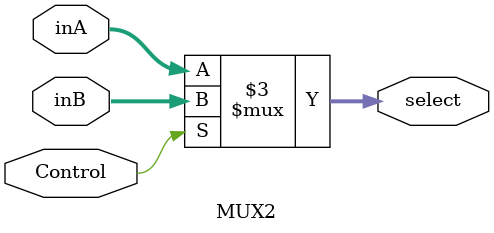
<source format=sv>
module MUX2 (
    input [7:0] inA, inB,
    input Control,
    output logic [7:0] select);

  always_comb case(Control)
    0: select = inA;        
	default: select = inB; 
  endcase

endmodule
</source>
